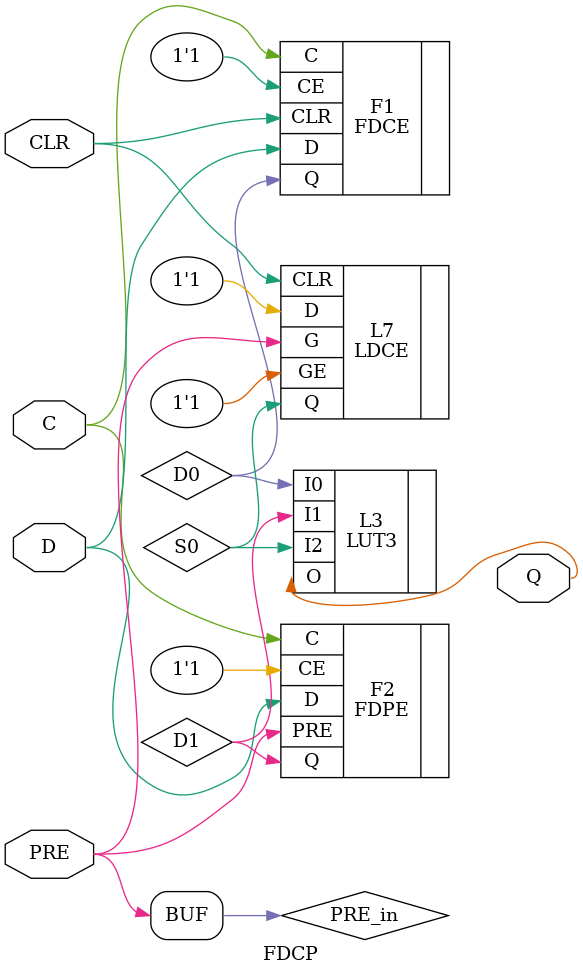
<source format=v>


`timescale  1 ps / 1 ps

module FDCP (Q, C, CLR, D, PRE);

    parameter [0:0] INIT = 1'b0;
    parameter [0:0] IS_C_INVERTED = 1'b0;
    parameter [0:0] IS_CLR_INVERTED = 1'b0;
    parameter [0:0] IS_PRE_INVERTED = 1'b0;

    output Q;

    input  C, CLR, D, PRE;

    wire Q;
    wire D0, D1, S0;
    wire PRE_in;

    assign PRE_in = IS_PRE_INVERTED ^ PRE;

    FDCE #(.INIT(INIT), .IS_C_INVERTED(IS_C_INVERTED), .IS_CLR_INVERTED(IS_CLR_INVERTED)) F1 (.Q(D0), .C(C), .CE(1'b1), .CLR(CLR), .D(D));
    FDPE #(.INIT(INIT), .IS_C_INVERTED(IS_C_INVERTED), .IS_PRE_INVERTED(IS_PRE_INVERTED)) F2 (.Q(D1), .C(C), .CE(1'b1), .D(D), .PRE(PRE));
    LDCE #(.INIT(INIT), .IS_CLR_INVERTED(IS_CLR_INVERTED)) L7 (.Q(S0), .G(PRE_in), .GE(1'b1), .CLR(CLR), .D(1'b1));
    LUT3 #(.INIT(8'hCA)) L3 (.O(Q), .I0(D0), .I1(D1), .I2(S0)); 
endmodule


</source>
